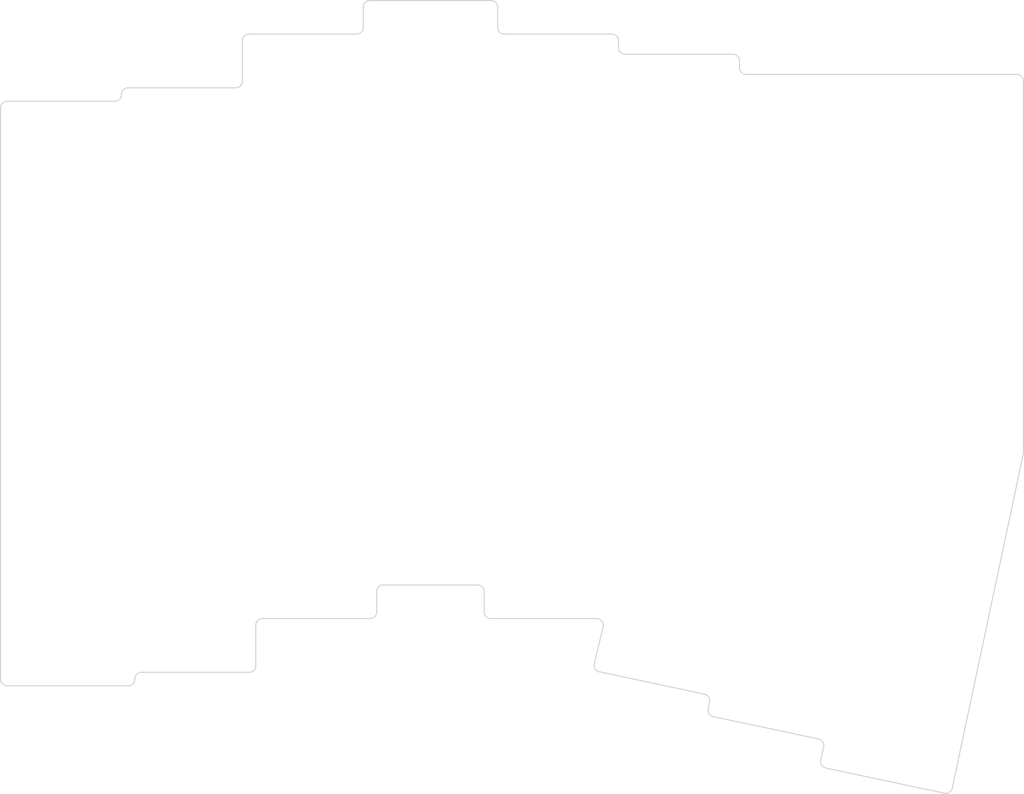
<source format=kicad_pcb>

            
(kicad_pcb (version 20171130) (host pcbnew 5.1.6)

  (page A3)
  (title_block
    (title bottom_plate)
    (rev v1.0.0)
    (company Unknown)
  )

  (general
    (thickness 1.6)
  )

  (layers
    (0 F.Cu signal)
    (31 B.Cu signal)
    (32 B.Adhes user)
    (33 F.Adhes user)
    (34 B.Paste user)
    (35 F.Paste user)
    (36 B.SilkS user)
    (37 F.SilkS user)
    (38 B.Mask user)
    (39 F.Mask user)
    (40 Dwgs.User user)
    (41 Cmts.User user)
    (42 Eco1.User user)
    (43 Eco2.User user)
    (44 Edge.Cuts user)
    (45 Margin user)
    (46 B.CrtYd user)
    (47 F.CrtYd user)
    (48 B.Fab user)
    (49 F.Fab user)
  )

  (setup
    (last_trace_width 0.25)
    (trace_clearance 0.2)
    (zone_clearance 0.508)
    (zone_45_only no)
    (trace_min 0.2)
    (via_size 0.8)
    (via_drill 0.4)
    (via_min_size 0.4)
    (via_min_drill 0.3)
    (uvia_size 0.3)
    (uvia_drill 0.1)
    (uvias_allowed no)
    (uvia_min_size 0.2)
    (uvia_min_drill 0.1)
    (edge_width 0.05)
    (segment_width 0.2)
    (pcb_text_width 0.3)
    (pcb_text_size 1.5 1.5)
    (mod_edge_width 0.12)
    (mod_text_size 1 1)
    (mod_text_width 0.15)
    (pad_size 1.524 1.524)
    (pad_drill 0.762)
    (pad_to_mask_clearance 0.05)
    (aux_axis_origin 0 0)
    (visible_elements FFFFFF7F)
    (pcbplotparams
      (layerselection 0x010fc_ffffffff)
      (usegerberextensions false)
      (usegerberattributes true)
      (usegerberadvancedattributes true)
      (creategerberjobfile true)
      (excludeedgelayer true)
      (linewidth 0.100000)
      (plotframeref false)
      (viasonmask false)
      (mode 1)
      (useauxorigin false)
      (hpglpennumber 1)
      (hpglpenspeed 20)
      (hpglpendiameter 15.000000)
      (psnegative false)
      (psa4output false)
      (plotreference true)
      (plotvalue true)
      (plotinvisibletext false)
      (padsonsilk false)
      (subtractmaskfromsilk false)
      (outputformat 1)
      (mirror false)
      (drillshape 1)
      (scaleselection 1)
      (outputdirectory ""))
  )

            (net 0 "")
            
  (net_class Default "This is the default net class."
    (clearance 0.2)
    (trace_width 0.25)
    (via_dia 0.8)
    (via_drill 0.4)
    (uvia_dia 0.3)
    (uvia_drill 0.1)
    (add_net "")
  )

            
            (gr_line (start 90 208.51) (end 90 123.49) (angle 90) (layer Edge.Cuts) (width 0.15))
(gr_line (start 90.99 122.5) (end 107.01 122.5) (angle 90) (layer Edge.Cuts) (width 0.15))
(gr_line (start 108 121.51) (end 108 121.49) (angle 90) (layer Edge.Cuts) (width 0.15))
(gr_line (start 108.99 120.5) (end 125.01 120.5) (angle 90) (layer Edge.Cuts) (width 0.15))
(gr_line (start 126 119.51) (end 126 113.49) (angle 90) (layer Edge.Cuts) (width 0.15))
(gr_line (start 126.99 112.5) (end 143.01 112.5) (angle 90) (layer Edge.Cuts) (width 0.15))
(gr_line (start 144 111.51) (end 144 108.49) (angle 90) (layer Edge.Cuts) (width 0.15))
(gr_line (start 144.99 107.5) (end 163.01 107.5) (angle 90) (layer Edge.Cuts) (width 0.15))
(gr_line (start 164 108.49) (end 164 111.51) (angle 90) (layer Edge.Cuts) (width 0.15))
(gr_line (start 164.99 112.5) (end 181.01 112.5) (angle 90) (layer Edge.Cuts) (width 0.15))
(gr_line (start 182 113.49) (end 182 114.51) (angle 90) (layer Edge.Cuts) (width 0.15))
(gr_line (start 182.99 115.5) (end 199.01 115.5) (angle 90) (layer Edge.Cuts) (width 0.15))
(gr_line (start 200 116.49) (end 200 117.51) (angle 90) (layer Edge.Cuts) (width 0.15))
(gr_line (start 200.99 118.5) (end 241.2856546 118.5) (angle 90) (layer Edge.Cuts) (width 0.15))
(gr_line (start 242.2756546 119.49) (end 242.2756546 174.73564489746127) (angle 90) (layer Edge.Cuts) (width 0.15))
(gr_line (start 242.25402070449468 174.9414774763154) (end 231.6700792677329 224.73500710304165) (angle 90) (layer Edge.Cuts) (width 0.15))
(gr_line (start 230.49588058438417 225.4975406286821) (end 212.86966077779462 221.75097196327872) (angle 90) (layer Edge.Cuts) (width 0.15))
(gr_line (start 212.10712725215387 220.57677327992997) (end 212.5271088476225 218.6009150211222) (angle 90) (layer Edge.Cuts) (width 0.15))
(gr_line (start 211.76457532198177 217.42671633777374) (end 196.0946507067317 214.0959710683295) (angle 90) (layer Edge.Cuts) (width 0.15))
(gr_line (start 195.33211718109104 212.92177238498084) (end 195.5441871189089 211.92406181501917) (angle 90) (layer Edge.Cuts) (width 0.15))
(gr_line (start 194.7816535932682 210.74986313167045) (end 179.13800871527908 207.4247037927724) (angle 90) (layer Edge.Cuts) (width 0.15))
(gr_line (start 178.38133238955734 206.2246556072878) (end 179.70593331015888 200.72168208098992) (angle 90) (layer Edge.Cuts) (width 0.15))
(gr_line (start 178.74342440558306 199.5) (end 162.99 199.5) (angle 90) (layer Edge.Cuts) (width 0.15))
(gr_line (start 162 198.51) (end 162 195.49) (angle 90) (layer Edge.Cuts) (width 0.15))
(gr_line (start 161.01 194.5) (end 146.99 194.5) (angle 90) (layer Edge.Cuts) (width 0.15))
(gr_line (start 146 195.49) (end 146 198.51) (angle 90) (layer Edge.Cuts) (width 0.15))
(gr_line (start 145.01 199.5) (end 128.99 199.5) (angle 90) (layer Edge.Cuts) (width 0.15))
(gr_line (start 128 200.49) (end 128 206.51) (angle 90) (layer Edge.Cuts) (width 0.15))
(gr_line (start 127.01 207.5) (end 110.99 207.5) (angle 90) (layer Edge.Cuts) (width 0.15))
(gr_line (start 110 208.49) (end 110 208.51) (angle 90) (layer Edge.Cuts) (width 0.15))
(gr_line (start 109.01 209.5) (end 90.99 209.5) (angle 90) (layer Edge.Cuts) (width 0.15))
(gr_arc (start 90.99 123.49) (end 90.99 122.5) (angle -90) (layer Edge.Cuts) (width 0.15))
(gr_arc (start 107.01 121.51) (end 107.01 122.5) (angle -90) (layer Edge.Cuts) (width 0.15))
(gr_arc (start 108.99 121.49) (end 108.99 120.5) (angle -90) (layer Edge.Cuts) (width 0.15))
(gr_arc (start 125.01 119.51) (end 125.01 120.5) (angle -90) (layer Edge.Cuts) (width 0.15))
(gr_arc (start 126.99 113.49) (end 126.99 112.5) (angle -90) (layer Edge.Cuts) (width 0.15))
(gr_arc (start 143.01 111.51) (end 143.01 112.5) (angle -90) (layer Edge.Cuts) (width 0.15))
(gr_arc (start 144.99 108.49) (end 144.99 107.5) (angle -90) (layer Edge.Cuts) (width 0.15))
(gr_arc (start 163.01 108.49) (end 164 108.49) (angle -90) (layer Edge.Cuts) (width 0.15))
(gr_arc (start 164.99 111.51) (end 164 111.51) (angle -90) (layer Edge.Cuts) (width 0.15))
(gr_arc (start 181.01 113.49) (end 182 113.49) (angle -90) (layer Edge.Cuts) (width 0.15))
(gr_arc (start 182.99 114.51) (end 182 114.51) (angle -90) (layer Edge.Cuts) (width 0.15))
(gr_arc (start 199.01 116.49) (end 200 116.49) (angle -90) (layer Edge.Cuts) (width 0.15))
(gr_arc (start 200.99 117.51) (end 200 117.51) (angle -90) (layer Edge.Cuts) (width 0.15))
(gr_arc (start 241.2856546 119.49) (end 242.2756546 119.49) (angle -90) (layer Edge.Cuts) (width 0.15))
(gr_arc (start 241.2856546 174.73564489746127) (end 242.25402069999998 174.94147749746128) (angle -12.000000523355425) (layer Edge.Cuts) (width 0.15))
(gr_arc (start 230.70171316323822 224.5291745241875) (end 230.49588056323822 225.4975406241875) (angle -89.99999999999613) (layer Edge.Cuts) (width 0.15))
(gr_arc (start 213.07549335664862 220.782605858784) (end 212.10712725664862 220.576773258784) (angle -90.00000000000128) (layer Edge.Cuts) (width 0.15))
(gr_arc (start 211.55874274312768 218.3950824422684) (end 212.52710884312768 218.6009150422684) (angle -89.99999999998214) (layer Edge.Cuts) (width 0.15))
(gr_arc (start 196.30048328558576 213.1276049638348) (end 195.33211718558576 212.9217723638348) (angle -89.99999999999486) (layer Edge.Cuts) (width 0.15))
(gr_arc (start 194.57582101441417 211.71822923616514) (end 195.54418711441417 211.92406183616515) (angle -89.99999999999969) (layer Edge.Cuts) (width 0.15))
(gr_arc (start 179.34384129413317 206.4563376882777) (end 178.38133239413318 206.2246555882777) (angle -91.53399759117156) (layer Edge.Cuts) (width 0.15))
(gr_arc (start 178.74342440558306 200.49) (end 179.70593330558305 200.7216821) (angle -103.53399811452374) (layer Edge.Cuts) (width 0.15))
(gr_arc (start 162.99 198.51) (end 162 198.51) (angle -90) (layer Edge.Cuts) (width 0.15))
(gr_arc (start 161.01 195.49) (end 162 195.49) (angle -90) (layer Edge.Cuts) (width 0.15))
(gr_arc (start 146.99 195.49) (end 146.99 194.5) (angle -90) (layer Edge.Cuts) (width 0.15))
(gr_arc (start 145.01 198.51) (end 145.01 199.5) (angle -90) (layer Edge.Cuts) (width 0.15))
(gr_arc (start 128.99 200.49) (end 128.99 199.5) (angle -90) (layer Edge.Cuts) (width 0.15))
(gr_arc (start 127.01 206.51) (end 127.01 207.5) (angle -90) (layer Edge.Cuts) (width 0.15))
(gr_arc (start 110.99 208.49) (end 110.99 207.5) (angle -90) (layer Edge.Cuts) (width 0.15))
(gr_arc (start 109.01 208.51) (end 109.01 209.5) (angle -90) (layer Edge.Cuts) (width 0.15))
(gr_arc (start 90.99 208.51) (end 90 208.51) (angle -90) (layer Edge.Cuts) (width 0.15))
            
)

        
</source>
